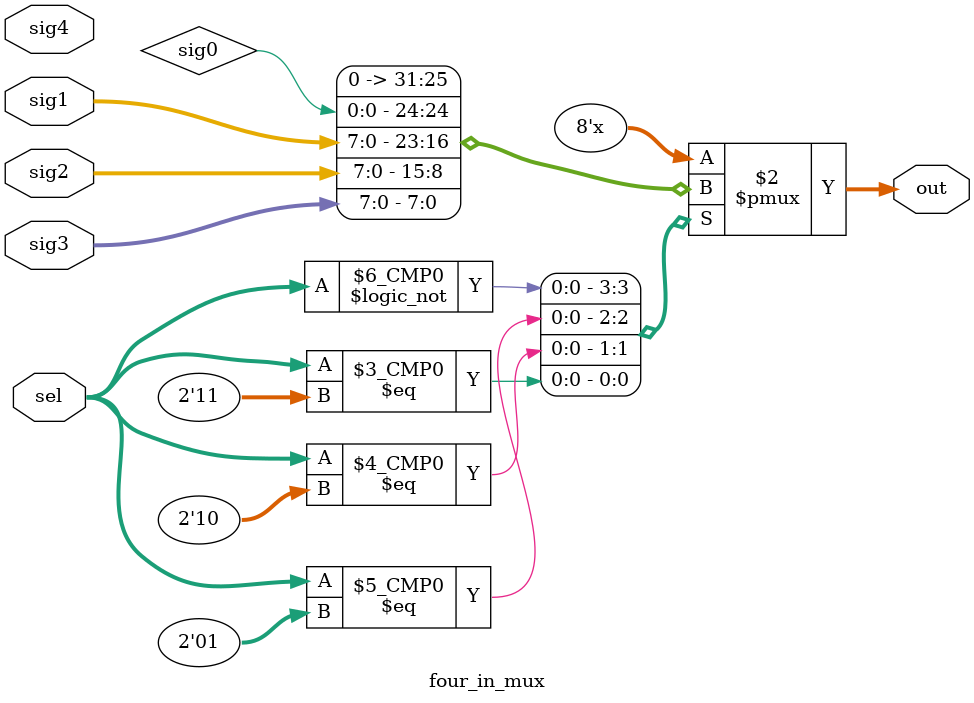
<source format=v>


module four_in_mux #(
    parameter WIDTH = 8
)(
    input [WIDTH-1:0] sig1,
    input [WIDTH-1:0] sig2,
    input [WIDTH-1:0] sig3,
    input [WIDTH-1:0] sig4,
    input [1:0] sel,
    output [WIDTH-1:0] out
);


always@(*) begin
    case (sel) 
        2'b00: out <= sig0;
        2'b01: out <= sig1;
        2'b10: out <= sig2;
        2'b11: out <= sig3;
    endcase
end

endmodule
</source>
